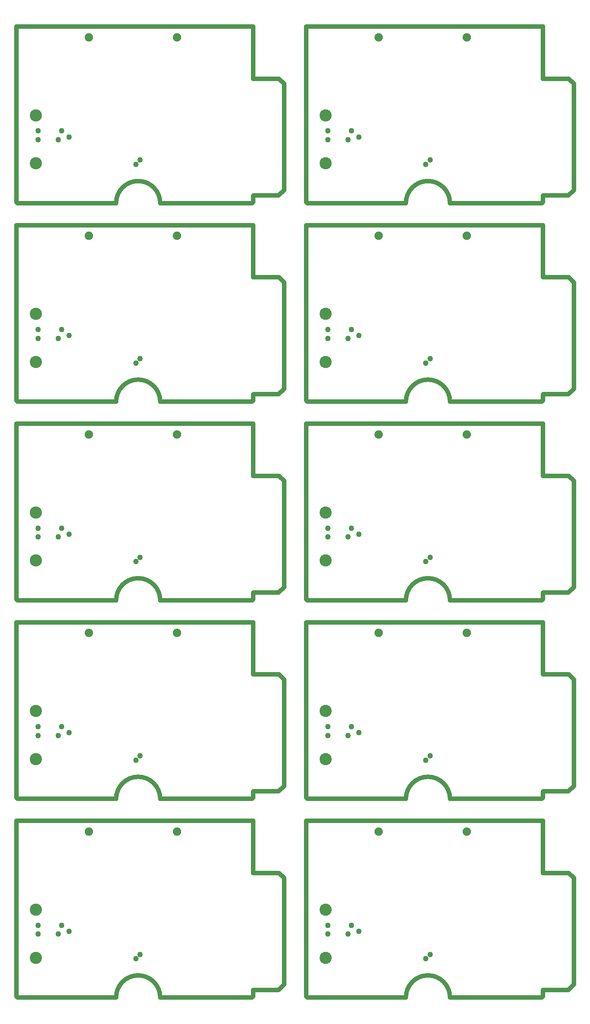
<source format=gbr>
%TF.GenerationSoftware,Altium Limited,Altium Designer,23.9.2 (47)*%
G04 Layer_Color=32768*
%FSLAX45Y45*%
%MOMM*%
%TF.SameCoordinates,AD479AB8-1AF9-481E-9C01-A3E3F564F201*%
%TF.FilePolarity,Negative*%
%TF.FileFunction,Copper,Plane*%
%TF.Part,CustomerPanel*%
G01*
G75*
%TA.AperFunction,NonConductor*%
%ADD29C,1.00000*%
%TA.AperFunction,ComponentPad*%
%ADD30C,2.76600*%
%ADD31C,1.91600*%
%TA.AperFunction,ViaPad*%
%ADD32C,1.26600*%
D29*
X10896600Y8534400D02*
G03*
X9896600Y8534400I-500000J0D01*
G01*
X7632700Y8559800D02*
X7658100Y8534400D01*
X7632700Y8559800D02*
Y12534900D01*
X13004800D01*
Y11353800D02*
Y12534900D01*
Y11353800D02*
X13589000D01*
X13703300Y11239500D01*
Y8826500D02*
Y11239500D01*
X13582651Y8705850D02*
X13703300Y8826500D01*
X13011150Y8705850D02*
X13582651D01*
X13004800Y8699500D02*
X13011150Y8705850D01*
X13004800Y8559800D02*
Y8699500D01*
X12979401Y8534400D02*
X13004800Y8559800D01*
X10896600Y8534400D02*
X12979401D01*
X7658100D02*
X9896600D01*
X17467200D02*
G03*
X16467200Y8534400I-500000J0D01*
G01*
X14203300Y8559800D02*
X14228700Y8534400D01*
X14203300Y8559800D02*
Y12534900D01*
X19575400D01*
Y11353800D02*
Y12534900D01*
Y11353800D02*
X20159599D01*
X20273900Y11239500D01*
Y8826500D02*
Y11239500D01*
X20153250Y8705850D02*
X20273900Y8826500D01*
X19581750Y8705850D02*
X20153250D01*
X19575400Y8699500D02*
X19581750Y8705850D01*
X19575400Y8559800D02*
Y8699500D01*
X19550000Y8534400D02*
X19575400Y8559800D01*
X17467200Y8534400D02*
X19550000D01*
X14228700D02*
X16467200D01*
X10896600Y13034900D02*
G03*
X9896600Y13034900I-500000J0D01*
G01*
X7632700Y13060300D02*
X7658100Y13034900D01*
X7632700Y13060300D02*
Y17035400D01*
X13004800D01*
Y15854300D02*
Y17035400D01*
Y15854300D02*
X13589000D01*
X13703300Y15739999D01*
Y13327000D02*
Y15739999D01*
X13582651Y13206351D02*
X13703300Y13327000D01*
X13011150Y13206351D02*
X13582651D01*
X13004800Y13200000D02*
X13011150Y13206351D01*
X13004800Y13060300D02*
Y13200000D01*
X12979401Y13034900D02*
X13004800Y13060300D01*
X10896600Y13034900D02*
X12979401D01*
X7658100D02*
X9896600D01*
X17467200D02*
G03*
X16467200Y13034900I-500000J0D01*
G01*
X14203300Y13060300D02*
X14228700Y13034900D01*
X14203300Y13060300D02*
Y17035400D01*
X19575400D01*
Y15854300D02*
Y17035400D01*
Y15854300D02*
X20159599D01*
X20273900Y15739999D01*
Y13327000D02*
Y15739999D01*
X20153250Y13206351D02*
X20273900Y13327000D01*
X19581750Y13206351D02*
X20153250D01*
X19575400Y13200000D02*
X19581750Y13206351D01*
X19575400Y13060300D02*
Y13200000D01*
X19550000Y13034900D02*
X19575400Y13060300D01*
X17467200Y13034900D02*
X19550000D01*
X14228700D02*
X16467200D01*
X10896600Y17535400D02*
G03*
X9896600Y17535400I-500000J0D01*
G01*
X7632700Y17560800D02*
X7658100Y17535400D01*
X7632700Y17560800D02*
Y21535899D01*
X13004800D01*
Y20354800D02*
Y21535899D01*
Y20354800D02*
X13589000D01*
X13703300Y20240500D01*
Y17827499D02*
Y20240500D01*
X13582651Y17706850D02*
X13703300Y17827499D01*
X13011150Y17706850D02*
X13582651D01*
X13004800Y17700500D02*
X13011150Y17706850D01*
X13004800Y17560800D02*
Y17700500D01*
X12979401Y17535400D02*
X13004800Y17560800D01*
X10896600Y17535400D02*
X12979401D01*
X7658100D02*
X9896600D01*
X17467200D02*
G03*
X16467200Y17535400I-500000J0D01*
G01*
X14203300Y17560800D02*
X14228700Y17535400D01*
X14203300Y17560800D02*
Y21535899D01*
X19575400D01*
Y20354800D02*
Y21535899D01*
Y20354800D02*
X20159599D01*
X20273900Y20240500D01*
Y17827499D02*
Y20240500D01*
X20153250Y17706850D02*
X20273900Y17827499D01*
X19581750Y17706850D02*
X20153250D01*
X19575400Y17700500D02*
X19581750Y17706850D01*
X19575400Y17560800D02*
Y17700500D01*
X19550000Y17535400D02*
X19575400Y17560800D01*
X17467200Y17535400D02*
X19550000D01*
X14228700D02*
X16467200D01*
X10896600Y22035899D02*
G03*
X9896600Y22035899I-500000J0D01*
G01*
X7632700Y22061301D02*
X7658100Y22035899D01*
X7632700Y22061301D02*
Y26036401D01*
X13004800D01*
Y24855299D02*
Y26036401D01*
Y24855299D02*
X13589000D01*
X13703300Y24741000D01*
Y22328000D02*
Y24741000D01*
X13582651Y22207350D02*
X13703300Y22328000D01*
X13011150Y22207350D02*
X13582651D01*
X13004800Y22200999D02*
X13011150Y22207350D01*
X13004800Y22061301D02*
Y22200999D01*
X12979401Y22035899D02*
X13004800Y22061301D01*
X10896600Y22035899D02*
X12979401D01*
X7658100D02*
X9896600D01*
X17467200D02*
G03*
X16467200Y22035899I-500000J0D01*
G01*
X14203300Y22061301D02*
X14228700Y22035899D01*
X14203300Y22061301D02*
Y26036401D01*
X19575400D01*
Y24855299D02*
Y26036401D01*
Y24855299D02*
X20159599D01*
X20273900Y24741000D01*
Y22328000D02*
Y24741000D01*
X20153250Y22207350D02*
X20273900Y22328000D01*
X19581750Y22207350D02*
X20153250D01*
X19575400Y22200999D02*
X19581750Y22207350D01*
X19575400Y22061301D02*
Y22200999D01*
X19550000Y22035899D02*
X19575400Y22061301D01*
X17467200Y22035899D02*
X19550000D01*
X14228700D02*
X16467200D01*
X10896600Y26536401D02*
G03*
X9896600Y26536401I-500000J0D01*
G01*
X7632700Y26561801D02*
X7658100Y26536401D01*
X7632700Y26561801D02*
Y30536899D01*
X13004800D01*
Y29355801D02*
Y30536899D01*
Y29355801D02*
X13589000D01*
X13703300Y29241501D01*
Y26828500D02*
Y29241501D01*
X13582651Y26707849D02*
X13703300Y26828500D01*
X13011150Y26707849D02*
X13582651D01*
X13004800Y26701501D02*
X13011150Y26707849D01*
X13004800Y26561801D02*
Y26701501D01*
X12979401Y26536401D02*
X13004800Y26561801D01*
X10896600Y26536401D02*
X12979401D01*
X7658100D02*
X9896600D01*
X17467200D02*
G03*
X16467200Y26536401I-500000J0D01*
G01*
X14203300Y26561801D02*
X14228700Y26536401D01*
X14203300Y26561801D02*
Y30536899D01*
X19575400D01*
Y29355801D02*
Y30536899D01*
Y29355801D02*
X20159599D01*
X20273900Y29241501D01*
Y26828500D02*
Y29241501D01*
X20153250Y26707849D02*
X20273900Y26828500D01*
X19581750Y26707849D02*
X20153250D01*
X19575400Y26701501D02*
X19581750Y26707849D01*
X19575400Y26561801D02*
Y26701501D01*
X19550000Y26536401D02*
X19575400Y26561801D01*
X17467200Y26536401D02*
X19550000D01*
X14228700D02*
X16467200D01*
D30*
X8080400Y9434145D02*
D03*
Y10523846D02*
D03*
X14650999Y9434145D02*
D03*
Y10523846D02*
D03*
X8080400Y13934645D02*
D03*
Y15024345D02*
D03*
X14650999Y13934645D02*
D03*
Y15024345D02*
D03*
X8080400Y18435146D02*
D03*
Y19524846D02*
D03*
X14650999Y18435146D02*
D03*
Y19524846D02*
D03*
X8080400Y22935646D02*
D03*
Y24025346D02*
D03*
X14650999Y22935646D02*
D03*
Y24025346D02*
D03*
X8080400Y27436145D02*
D03*
Y28525845D02*
D03*
X14650999Y27436145D02*
D03*
Y28525845D02*
D03*
D31*
X11277600Y12293600D02*
D03*
X9282100D02*
D03*
X17848199D02*
D03*
X15852699D02*
D03*
X11277600Y16794099D02*
D03*
X9282100D02*
D03*
X17848199D02*
D03*
X15852699D02*
D03*
X11277600Y21294600D02*
D03*
X9282100D02*
D03*
X17848199D02*
D03*
X15852699D02*
D03*
X11277600Y25795099D02*
D03*
X9282100D02*
D03*
X17848199D02*
D03*
X15852699D02*
D03*
X11277600Y30295599D02*
D03*
X9282100D02*
D03*
X17848199D02*
D03*
X15852699D02*
D03*
D32*
X8826500Y10033000D02*
D03*
X10344709Y9411536D02*
D03*
X10442997Y9509824D02*
D03*
X8128000Y10170100D02*
D03*
X8661400D02*
D03*
X8128000Y9969500D02*
D03*
X8585200D02*
D03*
X15397099Y10033000D02*
D03*
X16915309Y9411536D02*
D03*
X17013597Y9509824D02*
D03*
X14698599Y10170100D02*
D03*
X15232001D02*
D03*
X14698599Y9969500D02*
D03*
X15155800D02*
D03*
X8826500Y14533501D02*
D03*
X10344709Y13912036D02*
D03*
X10442997Y14010324D02*
D03*
X8128000Y14670599D02*
D03*
X8661400D02*
D03*
X8128000Y14470000D02*
D03*
X8585200D02*
D03*
X15397099Y14533501D02*
D03*
X16915309Y13912036D02*
D03*
X17013597Y14010324D02*
D03*
X14698599Y14670599D02*
D03*
X15232001D02*
D03*
X14698599Y14470000D02*
D03*
X15155800D02*
D03*
X8826500Y19034000D02*
D03*
X10344709Y18412537D02*
D03*
X10442997Y18510825D02*
D03*
X8128000Y19171100D02*
D03*
X8661400D02*
D03*
X8128000Y18970500D02*
D03*
X8585200D02*
D03*
X15397099Y19034000D02*
D03*
X16915309Y18412537D02*
D03*
X17013597Y18510825D02*
D03*
X14698599Y19171100D02*
D03*
X15232001D02*
D03*
X14698599Y18970500D02*
D03*
X15155800D02*
D03*
X8826500Y23534500D02*
D03*
X10344709Y22913036D02*
D03*
X10442997Y23011324D02*
D03*
X8128000Y23671600D02*
D03*
X8661400D02*
D03*
X8128000Y23471001D02*
D03*
X8585200D02*
D03*
X15397099Y23534500D02*
D03*
X16915309Y22913036D02*
D03*
X17013597Y23011324D02*
D03*
X14698599Y23671600D02*
D03*
X15232001D02*
D03*
X14698599Y23471001D02*
D03*
X15155800D02*
D03*
X8826500Y28035001D02*
D03*
X10344709Y27413535D02*
D03*
X10442997Y27511823D02*
D03*
X8128000Y28172101D02*
D03*
X8661400D02*
D03*
X8128000Y27971500D02*
D03*
X8585200D02*
D03*
X15397099Y28035001D02*
D03*
X16915309Y27413535D02*
D03*
X17013597Y27511823D02*
D03*
X14698599Y28172101D02*
D03*
X15232001D02*
D03*
X14698599Y27971500D02*
D03*
X15155800D02*
D03*
%TF.MD5,76a0178bc0ca8150283742635d4f0ff4*%
M02*

</source>
